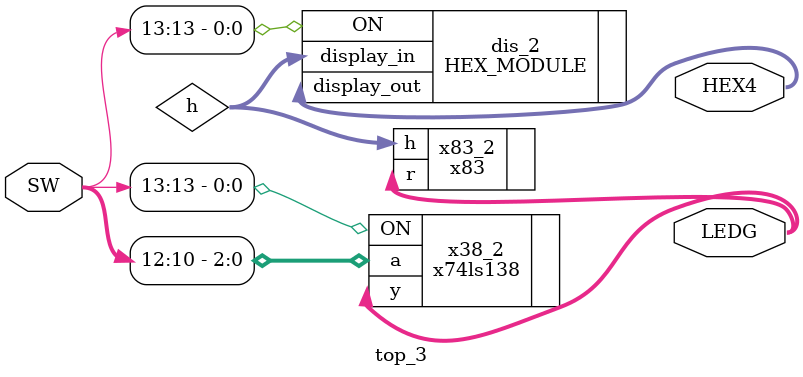
<source format=v>
module top_3(input   [13:10]	SW,
				 output  [6:0]		HEX4,
				 output  [7:0]    LEDG);	
wire    [2:0]			h;			 
x74ls138 x38_2(.a(SW[12:10]),.ON(SW[13]),.y(LEDG));
x83 x83_2(.r(LEDG),.h(h));
HEX_MODULE dis_2(.display_in(h),.ON(SW[13]),.display_out(HEX4));
endmodule

</source>
